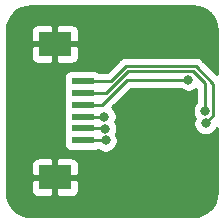
<source format=gtl>
G04 #@! TF.GenerationSoftware,KiCad,Pcbnew,(5.1.10)-1*
G04 #@! TF.CreationDate,2021-11-16T23:33:14-08:00*
G04 #@! TF.ProjectId,LedBoard,4c656442-6f61-4726-942e-6b696361645f,rev?*
G04 #@! TF.SameCoordinates,Original*
G04 #@! TF.FileFunction,Copper,L1,Top*
G04 #@! TF.FilePolarity,Positive*
%FSLAX46Y46*%
G04 Gerber Fmt 4.6, Leading zero omitted, Abs format (unit mm)*
G04 Created by KiCad (PCBNEW (5.1.10)-1) date 2021-11-16 23:33:14*
%MOMM*%
%LPD*%
G01*
G04 APERTURE LIST*
G04 #@! TA.AperFunction,SMDPad,CuDef*
%ADD10R,2.799999X2.100000*%
G04 #@! TD*
G04 #@! TA.AperFunction,SMDPad,CuDef*
%ADD11R,1.900000X0.600000*%
G04 #@! TD*
G04 #@! TA.AperFunction,ComponentPad*
%ADD12C,3.500001*%
G04 #@! TD*
G04 #@! TA.AperFunction,ViaPad*
%ADD13C,0.800000*%
G04 #@! TD*
G04 #@! TA.AperFunction,Conductor*
%ADD14C,0.250000*%
G04 #@! TD*
G04 #@! TA.AperFunction,Conductor*
%ADD15C,0.254000*%
G04 #@! TD*
G04 #@! TA.AperFunction,Conductor*
%ADD16C,0.100000*%
G04 #@! TD*
G04 APERTURE END LIST*
D10*
X137779300Y-72064300D03*
X137779300Y-60764300D03*
D11*
X140129300Y-63914300D03*
X140129300Y-68914300D03*
X140129300Y-67914300D03*
X140129300Y-66914300D03*
X140129300Y-65914300D03*
X140129300Y-64914300D03*
D12*
X149860000Y-73596500D03*
X149860000Y-59563000D03*
D13*
X142079855Y-68926760D03*
X142026507Y-67928182D03*
X141986000Y-66929000D03*
X150545800Y-67475100D03*
X150482300Y-66446400D03*
X149085300Y-63792100D03*
D14*
X142067395Y-68914300D02*
X142079855Y-68926760D01*
X140129300Y-68914300D02*
X142067395Y-68914300D01*
X142012625Y-67914300D02*
X142026507Y-67928182D01*
X140129300Y-67914300D02*
X142012625Y-67914300D01*
X141971300Y-66914300D02*
X141986000Y-66929000D01*
X140129300Y-66914300D02*
X141971300Y-66914300D01*
X149702399Y-62617089D02*
X143793190Y-62617090D01*
X151207301Y-64121991D02*
X149702399Y-62617089D01*
X151207301Y-66813599D02*
X151207301Y-64121991D01*
X150545800Y-67475100D02*
X151207301Y-66813599D01*
X142495980Y-63914300D02*
X140129300Y-63914300D01*
X143793190Y-62617090D02*
X142495980Y-63914300D01*
X142132390Y-64914300D02*
X143704600Y-63342090D01*
X140129300Y-64914300D02*
X142132390Y-64914300D01*
X143979591Y-63067099D02*
X149515999Y-63067099D01*
X143704600Y-63342090D02*
X143979591Y-63067099D01*
X150482300Y-64033400D02*
X150482300Y-66446400D01*
X149515999Y-63067099D02*
X150482300Y-64033400D01*
X149085300Y-63792100D02*
X143891000Y-63792100D01*
X141768800Y-65914300D02*
X140129300Y-65914300D01*
X143891000Y-63792100D02*
X141768800Y-65914300D01*
D15*
X149878347Y-57622667D02*
X150250390Y-57734994D01*
X150593522Y-57917440D01*
X150894685Y-58163063D01*
X151142406Y-58462506D01*
X151327244Y-58804356D01*
X151442165Y-59175605D01*
X151486001Y-59592682D01*
X151486001Y-63325889D01*
X150266197Y-62106086D01*
X150242399Y-62077088D01*
X150210315Y-62050757D01*
X150126675Y-61982115D01*
X149994645Y-61911543D01*
X149851384Y-61868086D01*
X149739731Y-61857089D01*
X149739721Y-61857089D01*
X149702399Y-61853413D01*
X149665076Y-61857089D01*
X143830523Y-61857091D01*
X143793190Y-61853414D01*
X143644204Y-61868088D01*
X143500943Y-61911544D01*
X143368913Y-61982116D01*
X143282187Y-62053291D01*
X143282182Y-62053296D01*
X143253189Y-62077090D01*
X143229395Y-62106083D01*
X142181179Y-63154300D01*
X141519744Y-63154300D01*
X141433794Y-63083763D01*
X141323480Y-63024798D01*
X141203782Y-62988488D01*
X141079300Y-62976228D01*
X139179300Y-62976228D01*
X139054818Y-62988488D01*
X138935120Y-63024798D01*
X138824806Y-63083763D01*
X138728115Y-63163115D01*
X138648763Y-63259806D01*
X138589798Y-63370120D01*
X138553488Y-63489818D01*
X138541228Y-63614300D01*
X138541228Y-64214300D01*
X138553488Y-64338782D01*
X138576396Y-64414300D01*
X138553488Y-64489818D01*
X138541228Y-64614300D01*
X138541228Y-65214300D01*
X138553488Y-65338782D01*
X138576396Y-65414300D01*
X138553488Y-65489818D01*
X138541228Y-65614300D01*
X138541228Y-66214300D01*
X138553488Y-66338782D01*
X138576396Y-66414300D01*
X138553488Y-66489818D01*
X138541228Y-66614300D01*
X138541228Y-67214300D01*
X138553488Y-67338782D01*
X138576396Y-67414300D01*
X138553488Y-67489818D01*
X138541228Y-67614300D01*
X138541228Y-68214300D01*
X138553488Y-68338782D01*
X138576396Y-68414300D01*
X138553488Y-68489818D01*
X138541228Y-68614300D01*
X138541228Y-69214300D01*
X138553488Y-69338782D01*
X138589798Y-69458480D01*
X138648763Y-69568794D01*
X138728115Y-69665485D01*
X138824806Y-69744837D01*
X138935120Y-69803802D01*
X139054818Y-69840112D01*
X139179300Y-69852372D01*
X141079300Y-69852372D01*
X141203782Y-69840112D01*
X141323480Y-69803802D01*
X141433794Y-69744837D01*
X141437137Y-69742093D01*
X141589599Y-69843965D01*
X141777957Y-69921986D01*
X141977916Y-69961760D01*
X142181794Y-69961760D01*
X142381753Y-69921986D01*
X142570111Y-69843965D01*
X142739629Y-69730697D01*
X142883792Y-69586534D01*
X142997060Y-69417016D01*
X143075081Y-69228658D01*
X143114855Y-69028699D01*
X143114855Y-68824821D01*
X143075081Y-68624862D01*
X142997060Y-68436504D01*
X142959508Y-68380303D01*
X143021733Y-68230080D01*
X143061507Y-68030121D01*
X143061507Y-67826243D01*
X143021733Y-67626284D01*
X142943712Y-67437926D01*
X142913933Y-67393358D01*
X142981226Y-67230898D01*
X143021000Y-67030939D01*
X143021000Y-66827061D01*
X142981226Y-66627102D01*
X142903205Y-66438744D01*
X142789937Y-66269226D01*
X142645774Y-66125063D01*
X142638020Y-66119882D01*
X144205802Y-64552100D01*
X148381589Y-64552100D01*
X148425526Y-64596037D01*
X148595044Y-64709305D01*
X148783402Y-64787326D01*
X148983361Y-64827100D01*
X149187239Y-64827100D01*
X149387198Y-64787326D01*
X149575556Y-64709305D01*
X149722300Y-64611254D01*
X149722301Y-65742688D01*
X149678363Y-65786626D01*
X149565095Y-65956144D01*
X149487074Y-66144502D01*
X149447300Y-66344461D01*
X149447300Y-66548339D01*
X149487074Y-66748298D01*
X149565095Y-66936656D01*
X149616616Y-67013763D01*
X149550574Y-67173202D01*
X149510800Y-67373161D01*
X149510800Y-67577039D01*
X149550574Y-67776998D01*
X149628595Y-67965356D01*
X149741863Y-68134874D01*
X149886026Y-68279037D01*
X150055544Y-68392305D01*
X150243902Y-68470326D01*
X150443861Y-68510100D01*
X150647739Y-68510100D01*
X150847698Y-68470326D01*
X151036056Y-68392305D01*
X151205574Y-68279037D01*
X151349737Y-68134874D01*
X151463005Y-67965356D01*
X151486000Y-67909841D01*
X151486000Y-73322722D01*
X151444912Y-73741768D01*
X151332586Y-74113809D01*
X151150139Y-74456944D01*
X150904516Y-74758106D01*
X150605075Y-75005826D01*
X150263223Y-75190665D01*
X149891973Y-75305586D01*
X149474155Y-75349500D01*
X135745505Y-75349500D01*
X135325653Y-75308333D01*
X134953612Y-75196007D01*
X134610477Y-75013560D01*
X134309315Y-74767937D01*
X134061595Y-74468496D01*
X133876756Y-74126644D01*
X133761835Y-73755394D01*
X133718000Y-73338328D01*
X133718000Y-73114300D01*
X135741229Y-73114300D01*
X135753489Y-73238782D01*
X135789799Y-73358480D01*
X135848764Y-73468794D01*
X135928116Y-73565485D01*
X136024807Y-73644837D01*
X136135121Y-73703802D01*
X136254819Y-73740112D01*
X136379301Y-73752372D01*
X137493550Y-73749300D01*
X137652300Y-73590550D01*
X137652300Y-72191300D01*
X137906300Y-72191300D01*
X137906300Y-73590550D01*
X138065050Y-73749300D01*
X139179299Y-73752372D01*
X139303781Y-73740112D01*
X139423479Y-73703802D01*
X139533793Y-73644837D01*
X139630484Y-73565485D01*
X139709836Y-73468794D01*
X139768801Y-73358480D01*
X139805111Y-73238782D01*
X139817371Y-73114300D01*
X139814299Y-72350050D01*
X139655549Y-72191300D01*
X137906300Y-72191300D01*
X137652300Y-72191300D01*
X135903051Y-72191300D01*
X135744301Y-72350050D01*
X135741229Y-73114300D01*
X133718000Y-73114300D01*
X133718000Y-71014300D01*
X135741229Y-71014300D01*
X135744301Y-71778550D01*
X135903051Y-71937300D01*
X137652300Y-71937300D01*
X137652300Y-70538050D01*
X137906300Y-70538050D01*
X137906300Y-71937300D01*
X139655549Y-71937300D01*
X139814299Y-71778550D01*
X139817371Y-71014300D01*
X139805111Y-70889818D01*
X139768801Y-70770120D01*
X139709836Y-70659806D01*
X139630484Y-70563115D01*
X139533793Y-70483763D01*
X139423479Y-70424798D01*
X139303781Y-70388488D01*
X139179299Y-70376228D01*
X138065050Y-70379300D01*
X137906300Y-70538050D01*
X137652300Y-70538050D01*
X137493550Y-70379300D01*
X136379301Y-70376228D01*
X136254819Y-70388488D01*
X136135121Y-70424798D01*
X136024807Y-70483763D01*
X135928116Y-70563115D01*
X135848764Y-70659806D01*
X135789799Y-70770120D01*
X135753489Y-70889818D01*
X135741229Y-71014300D01*
X133718000Y-71014300D01*
X133718000Y-61814300D01*
X135741229Y-61814300D01*
X135753489Y-61938782D01*
X135789799Y-62058480D01*
X135848764Y-62168794D01*
X135928116Y-62265485D01*
X136024807Y-62344837D01*
X136135121Y-62403802D01*
X136254819Y-62440112D01*
X136379301Y-62452372D01*
X137493550Y-62449300D01*
X137652300Y-62290550D01*
X137652300Y-60891300D01*
X137906300Y-60891300D01*
X137906300Y-62290550D01*
X138065050Y-62449300D01*
X139179299Y-62452372D01*
X139303781Y-62440112D01*
X139423479Y-62403802D01*
X139533793Y-62344837D01*
X139630484Y-62265485D01*
X139709836Y-62168794D01*
X139768801Y-62058480D01*
X139805111Y-61938782D01*
X139817371Y-61814300D01*
X139814299Y-61050050D01*
X139655549Y-60891300D01*
X137906300Y-60891300D01*
X137652300Y-60891300D01*
X135903051Y-60891300D01*
X135744301Y-61050050D01*
X135741229Y-61814300D01*
X133718000Y-61814300D01*
X133718000Y-59714300D01*
X135741229Y-59714300D01*
X135744301Y-60478550D01*
X135903051Y-60637300D01*
X137652300Y-60637300D01*
X137652300Y-59238050D01*
X137906300Y-59238050D01*
X137906300Y-60637300D01*
X139655549Y-60637300D01*
X139814299Y-60478550D01*
X139817371Y-59714300D01*
X139805111Y-59589818D01*
X139768801Y-59470120D01*
X139709836Y-59359806D01*
X139630484Y-59263115D01*
X139533793Y-59183763D01*
X139423479Y-59124798D01*
X139303781Y-59088488D01*
X139179299Y-59076228D01*
X138065050Y-59079300D01*
X137906300Y-59238050D01*
X137652300Y-59238050D01*
X137493550Y-59079300D01*
X136379301Y-59076228D01*
X136254819Y-59088488D01*
X136135121Y-59124798D01*
X136024807Y-59183763D01*
X135928116Y-59263115D01*
X135848764Y-59359806D01*
X135789799Y-59470120D01*
X135753489Y-59589818D01*
X135741229Y-59714300D01*
X133718000Y-59714300D01*
X133718000Y-59608279D01*
X133759088Y-59189232D01*
X133871415Y-58817189D01*
X134053861Y-58474057D01*
X134299484Y-58172894D01*
X134598927Y-57925173D01*
X134940777Y-57740335D01*
X135312026Y-57625414D01*
X135730796Y-57581400D01*
X149457475Y-57581400D01*
X149878347Y-57622667D01*
G04 #@! TA.AperFunction,Conductor*
D16*
G36*
X149878347Y-57622667D02*
G01*
X150250390Y-57734994D01*
X150593522Y-57917440D01*
X150894685Y-58163063D01*
X151142406Y-58462506D01*
X151327244Y-58804356D01*
X151442165Y-59175605D01*
X151486001Y-59592682D01*
X151486001Y-63325889D01*
X150266197Y-62106086D01*
X150242399Y-62077088D01*
X150210315Y-62050757D01*
X150126675Y-61982115D01*
X149994645Y-61911543D01*
X149851384Y-61868086D01*
X149739731Y-61857089D01*
X149739721Y-61857089D01*
X149702399Y-61853413D01*
X149665076Y-61857089D01*
X143830523Y-61857091D01*
X143793190Y-61853414D01*
X143644204Y-61868088D01*
X143500943Y-61911544D01*
X143368913Y-61982116D01*
X143282187Y-62053291D01*
X143282182Y-62053296D01*
X143253189Y-62077090D01*
X143229395Y-62106083D01*
X142181179Y-63154300D01*
X141519744Y-63154300D01*
X141433794Y-63083763D01*
X141323480Y-63024798D01*
X141203782Y-62988488D01*
X141079300Y-62976228D01*
X139179300Y-62976228D01*
X139054818Y-62988488D01*
X138935120Y-63024798D01*
X138824806Y-63083763D01*
X138728115Y-63163115D01*
X138648763Y-63259806D01*
X138589798Y-63370120D01*
X138553488Y-63489818D01*
X138541228Y-63614300D01*
X138541228Y-64214300D01*
X138553488Y-64338782D01*
X138576396Y-64414300D01*
X138553488Y-64489818D01*
X138541228Y-64614300D01*
X138541228Y-65214300D01*
X138553488Y-65338782D01*
X138576396Y-65414300D01*
X138553488Y-65489818D01*
X138541228Y-65614300D01*
X138541228Y-66214300D01*
X138553488Y-66338782D01*
X138576396Y-66414300D01*
X138553488Y-66489818D01*
X138541228Y-66614300D01*
X138541228Y-67214300D01*
X138553488Y-67338782D01*
X138576396Y-67414300D01*
X138553488Y-67489818D01*
X138541228Y-67614300D01*
X138541228Y-68214300D01*
X138553488Y-68338782D01*
X138576396Y-68414300D01*
X138553488Y-68489818D01*
X138541228Y-68614300D01*
X138541228Y-69214300D01*
X138553488Y-69338782D01*
X138589798Y-69458480D01*
X138648763Y-69568794D01*
X138728115Y-69665485D01*
X138824806Y-69744837D01*
X138935120Y-69803802D01*
X139054818Y-69840112D01*
X139179300Y-69852372D01*
X141079300Y-69852372D01*
X141203782Y-69840112D01*
X141323480Y-69803802D01*
X141433794Y-69744837D01*
X141437137Y-69742093D01*
X141589599Y-69843965D01*
X141777957Y-69921986D01*
X141977916Y-69961760D01*
X142181794Y-69961760D01*
X142381753Y-69921986D01*
X142570111Y-69843965D01*
X142739629Y-69730697D01*
X142883792Y-69586534D01*
X142997060Y-69417016D01*
X143075081Y-69228658D01*
X143114855Y-69028699D01*
X143114855Y-68824821D01*
X143075081Y-68624862D01*
X142997060Y-68436504D01*
X142959508Y-68380303D01*
X143021733Y-68230080D01*
X143061507Y-68030121D01*
X143061507Y-67826243D01*
X143021733Y-67626284D01*
X142943712Y-67437926D01*
X142913933Y-67393358D01*
X142981226Y-67230898D01*
X143021000Y-67030939D01*
X143021000Y-66827061D01*
X142981226Y-66627102D01*
X142903205Y-66438744D01*
X142789937Y-66269226D01*
X142645774Y-66125063D01*
X142638020Y-66119882D01*
X144205802Y-64552100D01*
X148381589Y-64552100D01*
X148425526Y-64596037D01*
X148595044Y-64709305D01*
X148783402Y-64787326D01*
X148983361Y-64827100D01*
X149187239Y-64827100D01*
X149387198Y-64787326D01*
X149575556Y-64709305D01*
X149722300Y-64611254D01*
X149722301Y-65742688D01*
X149678363Y-65786626D01*
X149565095Y-65956144D01*
X149487074Y-66144502D01*
X149447300Y-66344461D01*
X149447300Y-66548339D01*
X149487074Y-66748298D01*
X149565095Y-66936656D01*
X149616616Y-67013763D01*
X149550574Y-67173202D01*
X149510800Y-67373161D01*
X149510800Y-67577039D01*
X149550574Y-67776998D01*
X149628595Y-67965356D01*
X149741863Y-68134874D01*
X149886026Y-68279037D01*
X150055544Y-68392305D01*
X150243902Y-68470326D01*
X150443861Y-68510100D01*
X150647739Y-68510100D01*
X150847698Y-68470326D01*
X151036056Y-68392305D01*
X151205574Y-68279037D01*
X151349737Y-68134874D01*
X151463005Y-67965356D01*
X151486000Y-67909841D01*
X151486000Y-73322722D01*
X151444912Y-73741768D01*
X151332586Y-74113809D01*
X151150139Y-74456944D01*
X150904516Y-74758106D01*
X150605075Y-75005826D01*
X150263223Y-75190665D01*
X149891973Y-75305586D01*
X149474155Y-75349500D01*
X135745505Y-75349500D01*
X135325653Y-75308333D01*
X134953612Y-75196007D01*
X134610477Y-75013560D01*
X134309315Y-74767937D01*
X134061595Y-74468496D01*
X133876756Y-74126644D01*
X133761835Y-73755394D01*
X133718000Y-73338328D01*
X133718000Y-73114300D01*
X135741229Y-73114300D01*
X135753489Y-73238782D01*
X135789799Y-73358480D01*
X135848764Y-73468794D01*
X135928116Y-73565485D01*
X136024807Y-73644837D01*
X136135121Y-73703802D01*
X136254819Y-73740112D01*
X136379301Y-73752372D01*
X137493550Y-73749300D01*
X137652300Y-73590550D01*
X137652300Y-72191300D01*
X137906300Y-72191300D01*
X137906300Y-73590550D01*
X138065050Y-73749300D01*
X139179299Y-73752372D01*
X139303781Y-73740112D01*
X139423479Y-73703802D01*
X139533793Y-73644837D01*
X139630484Y-73565485D01*
X139709836Y-73468794D01*
X139768801Y-73358480D01*
X139805111Y-73238782D01*
X139817371Y-73114300D01*
X139814299Y-72350050D01*
X139655549Y-72191300D01*
X137906300Y-72191300D01*
X137652300Y-72191300D01*
X135903051Y-72191300D01*
X135744301Y-72350050D01*
X135741229Y-73114300D01*
X133718000Y-73114300D01*
X133718000Y-71014300D01*
X135741229Y-71014300D01*
X135744301Y-71778550D01*
X135903051Y-71937300D01*
X137652300Y-71937300D01*
X137652300Y-70538050D01*
X137906300Y-70538050D01*
X137906300Y-71937300D01*
X139655549Y-71937300D01*
X139814299Y-71778550D01*
X139817371Y-71014300D01*
X139805111Y-70889818D01*
X139768801Y-70770120D01*
X139709836Y-70659806D01*
X139630484Y-70563115D01*
X139533793Y-70483763D01*
X139423479Y-70424798D01*
X139303781Y-70388488D01*
X139179299Y-70376228D01*
X138065050Y-70379300D01*
X137906300Y-70538050D01*
X137652300Y-70538050D01*
X137493550Y-70379300D01*
X136379301Y-70376228D01*
X136254819Y-70388488D01*
X136135121Y-70424798D01*
X136024807Y-70483763D01*
X135928116Y-70563115D01*
X135848764Y-70659806D01*
X135789799Y-70770120D01*
X135753489Y-70889818D01*
X135741229Y-71014300D01*
X133718000Y-71014300D01*
X133718000Y-61814300D01*
X135741229Y-61814300D01*
X135753489Y-61938782D01*
X135789799Y-62058480D01*
X135848764Y-62168794D01*
X135928116Y-62265485D01*
X136024807Y-62344837D01*
X136135121Y-62403802D01*
X136254819Y-62440112D01*
X136379301Y-62452372D01*
X137493550Y-62449300D01*
X137652300Y-62290550D01*
X137652300Y-60891300D01*
X137906300Y-60891300D01*
X137906300Y-62290550D01*
X138065050Y-62449300D01*
X139179299Y-62452372D01*
X139303781Y-62440112D01*
X139423479Y-62403802D01*
X139533793Y-62344837D01*
X139630484Y-62265485D01*
X139709836Y-62168794D01*
X139768801Y-62058480D01*
X139805111Y-61938782D01*
X139817371Y-61814300D01*
X139814299Y-61050050D01*
X139655549Y-60891300D01*
X137906300Y-60891300D01*
X137652300Y-60891300D01*
X135903051Y-60891300D01*
X135744301Y-61050050D01*
X135741229Y-61814300D01*
X133718000Y-61814300D01*
X133718000Y-59714300D01*
X135741229Y-59714300D01*
X135744301Y-60478550D01*
X135903051Y-60637300D01*
X137652300Y-60637300D01*
X137652300Y-59238050D01*
X137906300Y-59238050D01*
X137906300Y-60637300D01*
X139655549Y-60637300D01*
X139814299Y-60478550D01*
X139817371Y-59714300D01*
X139805111Y-59589818D01*
X139768801Y-59470120D01*
X139709836Y-59359806D01*
X139630484Y-59263115D01*
X139533793Y-59183763D01*
X139423479Y-59124798D01*
X139303781Y-59088488D01*
X139179299Y-59076228D01*
X138065050Y-59079300D01*
X137906300Y-59238050D01*
X137652300Y-59238050D01*
X137493550Y-59079300D01*
X136379301Y-59076228D01*
X136254819Y-59088488D01*
X136135121Y-59124798D01*
X136024807Y-59183763D01*
X135928116Y-59263115D01*
X135848764Y-59359806D01*
X135789799Y-59470120D01*
X135753489Y-59589818D01*
X135741229Y-59714300D01*
X133718000Y-59714300D01*
X133718000Y-59608279D01*
X133759088Y-59189232D01*
X133871415Y-58817189D01*
X134053861Y-58474057D01*
X134299484Y-58172894D01*
X134598927Y-57925173D01*
X134940777Y-57740335D01*
X135312026Y-57625414D01*
X135730796Y-57581400D01*
X149457475Y-57581400D01*
X149878347Y-57622667D01*
G37*
G04 #@! TD.AperFunction*
M02*

</source>
